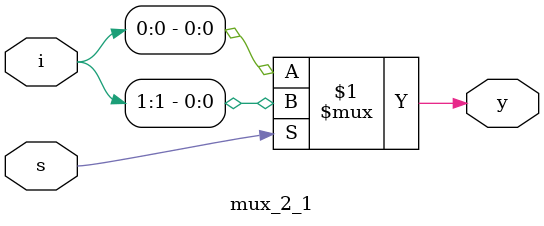
<source format=v>
module mux_2_1(
	input [1:0]i,
	input s,
	output y);
	assign y = s?i[1]:i[0];
endmodule
</source>
